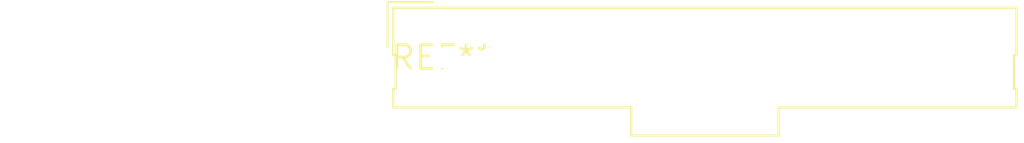
<source format=kicad_pcb>
(kicad_pcb (version 20240108) (generator pcbnew)
  (layers (0 "F.Cu" signal) (31 "B.Cu" signal) (34 "B.Paste" user) (35 "F.Paste" user) (36 "B.SilkS" user "B.Silkscreen") (37 "F.SilkS" user "F.Silkscreen") (38 "B.Mask" user) (39 "F.Mask" user) (44 "Edge.Cuts" user))
  (net 0 "")
  (footprint "Molex_SL_171971-0012_1x12_P2.54mm_Vertical" (layer "F.Cu") (at 0 0)
    (property "Reference" "REF**")
    (property "Value" "Molex_SL_171971-0012_1x12_P2.54mm_Vertical")
    (fp_line (start -2.91 -2.96) (end -0.5 -2.96) (layer "F.SilkS") (stroke (width 0.12)))
    (fp_line (start -2.91 -0.55) (end -2.91 -2.96) (layer "F.SilkS") (stroke (width 0.12)))
    (fp_line (start -2.61 -2.66) (end -2.61 -0.13) (layer "F.SilkS") (stroke (width 0.12)))
    (fp_line (start -2.61 -0.13) (end -2.48 -0.13) (layer "F.SilkS") (stroke (width 0.12)))
    (fp_line (start -2.61 1.68) (end -2.61 2.66) (layer "F.SilkS") (stroke (width 0.12)))
    (fp_line (start -2.61 2.66) (end 10.05 2.66) (layer "F.SilkS") (stroke (width 0.12)))
    (fp_line (start -2.48 -0.13) (end -2.48 1.68) (layer "F.SilkS") (stroke (width 0.12)))
    (fp_line (start -2.48 1.68) (end -2.61 1.68) (layer "F.SilkS") (stroke (width 0.12)))
    (fp_line (start 10.05 2.66) (end 10.05 4.16) (layer "F.SilkS") (stroke (width 0.12)))
    (fp_line (start 10.05 4.16) (end 17.89 4.16) (layer "F.SilkS") (stroke (width 0.12)))
    (fp_line (start 17.89 2.66) (end 30.55 2.66) (layer "F.SilkS") (stroke (width 0.12)))
    (fp_line (start 17.89 4.16) (end 17.89 2.66) (layer "F.SilkS") (stroke (width 0.12)))
    (fp_line (start 30.42 -0.13) (end 30.55 -0.13) (layer "F.SilkS") (stroke (width 0.12)))
    (fp_line (start 30.42 1.68) (end 30.42 -0.13) (layer "F.SilkS") (stroke (width 0.12)))
    (fp_line (start 30.55 -2.66) (end -2.61 -2.66) (layer "F.SilkS") (stroke (width 0.12)))
    (fp_line (start 30.55 -0.13) (end 30.55 -2.66) (layer "F.SilkS") (stroke (width 0.12)))
    (fp_line (start 30.55 1.68) (end 30.42 1.68) (layer "F.SilkS") (stroke (width 0.12)))
    (fp_line (start 30.55 2.66) (end 30.55 1.68) (layer "F.SilkS") (stroke (width 0.12)))
    (pad "1" thru_hole roundrect (at 0 0) (size 1.74 1.74) (drill 1.09) (layers *.Cu *.Mask) (remove_unused_layers) (roundrect_rratio 0.143678))
    (pad "2" thru_hole circle (at 2.54 0) (size 1.74 1.74) (drill 1.09) (layers *.Cu *.Mask) (remove_unused_layers))
    (pad "3" thru_hole circle (at 5.08 0) (size 1.74 1.74) (drill 1.09) (layers *.Cu *.Mask) (remove_unused_layers))
    (pad "4" thru_hole circle (at 7.62 0) (size 1.74 1.74) (drill 1.09) (layers *.Cu *.Mask) (remove_unused_layers))
    (pad "5" thru_hole circle (at 10.16 0) (size 1.74 1.74) (drill 1.09) (layers *.Cu *.Mask) (remove_unused_layers))
    (pad "6" thru_hole circle (at 12.7 0) (size 1.74 1.74) (drill 1.09) (layers *.Cu *.Mask) (remove_unused_layers))
    (pad "7" thru_hole circle (at 15.24 0) (size 1.74 1.74) (drill 1.09) (layers *.Cu *.Mask) (remove_unused_layers))
    (pad "8" thru_hole circle (at 17.78 0) (size 1.74 1.74) (drill 1.09) (layers *.Cu *.Mask) (remove_unused_layers))
    (pad "9" thru_hole circle (at 20.32 0) (size 1.74 1.74) (drill 1.09) (layers *.Cu *.Mask) (remove_unused_layers))
    (pad "10" thru_hole circle (at 22.86 0) (size 1.74 1.74) (drill 1.09) (layers *.Cu *.Mask) (remove_unused_layers))
    (pad "11" thru_hole circle (at 25.4 0) (size 1.74 1.74) (drill 1.09) (layers *.Cu *.Mask) (remove_unused_layers))
    (pad "12" thru_hole circle (at 27.94 0) (size 1.74 1.74) (drill 1.09) (layers *.Cu *.Mask) (remove_unused_layers))
  )
)
</source>
